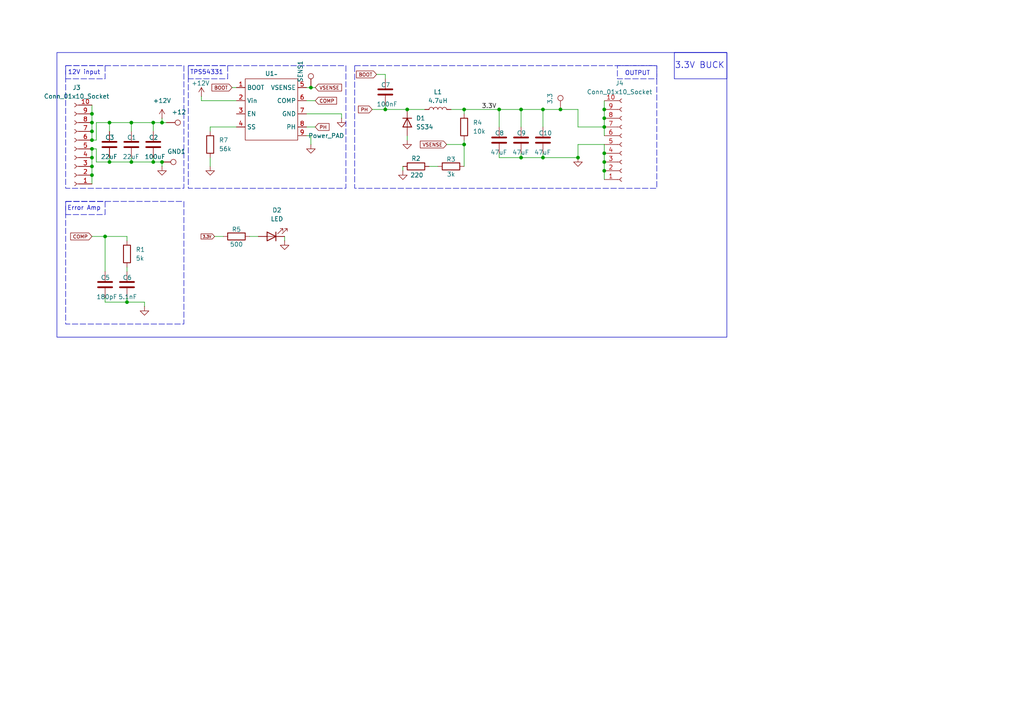
<source format=kicad_sch>
(kicad_sch (version 20250114) (generator "eeschema") (generator_version "9.0")
  (paper "A4")
  (lib_symbols
    (symbol "Connector:Conn_01x10_Socket" (pin_names (offset 1.016) (hide yes))
      (property "Reference" "J" (at 0 12.7 0))
      (property "Value" "Conn_01x10_Socket" (at 0 -15.24 0))
      (symbol "Conn_01x10_Socket_1_1"
        (polyline (pts (xy -1.27 10.16) (xy -0.508 10.16)) (stroke (width 0.1524)))
        (polyline (pts (xy -1.27 7.62) (xy -0.508 7.62)) (stroke (width 0.1524)))
        (polyline (pts (xy -1.27 5.08) (xy -0.508 5.08)) (stroke (width 0.1524)))
        (polyline (pts (xy -1.27 2.54) (xy -0.508 2.54)) (stroke (width 0.1524)))
        (polyline (pts (xy -1.27 0) (xy -0.508 0)) (stroke (width 0.1524)))
        (polyline (pts (xy -1.27 -2.54) (xy -0.508 -2.54)) (stroke (width 0.1524)))
        (polyline (pts (xy -1.27 -5.08) (xy -0.508 -5.08)) (stroke (width 0.1524)))
        (polyline (pts (xy -1.27 -7.62) (xy -0.508 -7.62)) (stroke (width 0.1524)))
        (polyline (pts (xy -1.27 -10.16) (xy -0.508 -10.16)) (stroke (width 0.1524)))
        (polyline (pts (xy -1.27 -12.7) (xy -0.508 -12.7)) (stroke (width 0.1524)))
        (arc (start 0 9.652) (mid -0.5058 10.16) (end 0 10.668) (stroke (width 0.1524)))
        (arc (start 0 7.112) (mid -0.5058 7.62) (end 0 8.128) (stroke (width 0.1524)))
        (arc (start 0 4.572) (mid -0.5058 5.08) (end 0 5.588) (stroke (width 0.1524)))
        (arc (start 0 2.032) (mid -0.5058 2.54) (end 0 3.048) (stroke (width 0.1524)))
        (arc (start 0 -0.508) (mid -0.5058 0) (end 0 0.508) (stroke (width 0.1524)))
        (arc (start 0 -3.048) (mid -0.5058 -2.54) (end 0 -2.032) (stroke (width 0.1524)))
        (arc (start 0 -5.588) (mid -0.5058 -5.08) (end 0 -4.572) (stroke (width 0.1524)))
        (arc (start 0 -8.128) (mid -0.5058 -7.62) (end 0 -7.112) (stroke (width 0.1524)))
        (arc (start 0 -10.668) (mid -0.5058 -10.16) (end 0 -9.652) (stroke (width 0.1524)))
        (arc (start 0 -13.208) (mid -0.5058 -12.7) (end 0 -12.192) (stroke (width 0.1524)))
        (pin passive line (at -5.08 10.16 0) (length 3.81) (name "Pin_1") (number "1"))
        (pin passive line (at -5.08 7.62 0) (length 3.81) (name "Pin_2") (number "2"))
        (pin passive line (at -5.08 5.08 0) (length 3.81) (name "Pin_3") (number "3"))
        (pin passive line (at -5.08 2.54 0) (length 3.81) (name "Pin_4") (number "4"))
        (pin passive line (at -5.08 0 0) (length 3.81) (name "Pin_5") (number "5"))
        (pin passive line (at -5.08 -2.54 0) (length 3.81) (name "Pin_6") (number "6"))
        (pin passive line (at -5.08 -5.08 0) (length 3.81) (name "Pin_7") (number "7"))
        (pin passive line (at -5.08 -7.62 0) (length 3.81) (name "Pin_8") (number "8"))
        (pin passive line (at -5.08 -10.16 0) (length 3.81) (name "Pin_9") (number "9"))
        (pin passive line (at -5.08 -12.7 0) (length 3.81) (name "Pin_10") (number "10"))
      )
    )
    (symbol "Connector:TestPoint" (pin_numbers (hide yes)) (pin_names (offset 0.762) (hide yes))
      (property "Reference" "TP" (at 0 6.858 0))
      (property "Value" "TestPoint" (at 0 5.08 0))
      (symbol "TestPoint_0_1"
        (circle (center 0 3.302) (radius 0.762))
      )
      (symbol "TestPoint_1_1"
        (pin passive line (at 0 0 90) (length 2.54) (name "1") (number "1"))
      )
    )
    (symbol "Device:C" (pin_numbers (hide yes)) (pin_names (offset 0.254))
      (property "Reference" "C" (at 0.635 2.54 0))
      (property "Value" "C" (at 0.635 -2.54 0))
      (symbol "C_0_1"
        (polyline (pts (xy -2.032 0.762) (xy 2.032 0.762)) (stroke (width 0.508)))
        (polyline (pts (xy -2.032 -0.762) (xy 2.032 -0.762)) (stroke (width 0.508)))
      )
      (symbol "C_1_1"
        (pin passive line (at 0 3.81 270) (length 2.794) (name "~") (number "1"))
        (pin passive line (at 0 -3.81 90) (length 2.794) (name "~") (number "2"))
      )
    )
    (symbol "Device:D" (pin_numbers (hide yes)) (pin_names (offset 1.016) (hide yes))
      (property "Reference" "D" (at 0 2.54 0))
      (property "Value" "D" (at 0 -2.54 0))
      (symbol "D_0_1"
        (polyline (pts (xy -1.27 1.27) (xy -1.27 -1.27)) (stroke (width 0.254)))
        (polyline (pts (xy 1.27 1.27) (xy 1.27 -1.27) (xy -1.27 0) (xy 1.27 1.27)) (stroke (width 0.254)))
        (polyline (pts (xy 1.27 0) (xy -1.27 0)))
      )
      (symbol "D_1_1"
        (pin passive line (at -3.81 0 0) (length 2.54) (name "K") (number "1"))
        (pin passive line (at 3.81 0 180) (length 2.54) (name "A") (number "2"))
      )
    )
    (symbol "Device:L" (pin_numbers (hide yes)) (pin_names (offset 1.016) (hide yes))
      (property "Reference" "L" (at -1.27 0 90))
      (property "Value" "L" (at 1.905 0 90))
      (symbol "L_0_1"
        (arc (start 0 2.54) (mid 0.6323 1.905) (end 0 1.27))
        (arc (start 0 1.27) (mid 0.6323 0.635) (end 0 0))
        (arc (start 0 0) (mid 0.6323 -0.635) (end 0 -1.27))
        (arc (start 0 -1.27) (mid 0.6323 -1.905) (end 0 -2.54))
      )
      (symbol "L_1_1"
        (pin passive line (at 0 3.81 270) (length 1.27) (name "1") (number "1"))
        (pin passive line (at 0 -3.81 90) (length 1.27) (name "2") (number "2"))
      )
    )
    (symbol "Device:LED" (pin_numbers (hide yes)) (pin_names (offset 1.016) (hide yes))
      (property "Reference" "D" (at 0 2.54 0))
      (property "Value" "LED" (at 0 -2.54 0))
      (symbol "LED_0_1"
        (polyline (pts (xy -3.048 -0.762) (xy -4.572 -2.286) (xy -3.81 -2.286) (xy -4.572 -2.286) (xy -4.572 -1.524)))
        (polyline (pts (xy -1.778 -0.762) (xy -3.302 -2.286) (xy -2.54 -2.286) (xy -3.302 -2.286) (xy -3.302 -1.524)))
        (polyline (pts (xy -1.27 0) (xy 1.27 0)))
        (polyline (pts (xy -1.27 -1.27) (xy -1.27 1.27)) (stroke (width 0.254)))
        (polyline (pts (xy 1.27 -1.27) (xy 1.27 1.27) (xy -1.27 0) (xy 1.27 -1.27)) (stroke (width 0.254)))
      )
      (symbol "LED_1_1"
        (pin passive line (at -3.81 0 0) (length 2.54) (name "K") (number "1"))
        (pin passive line (at 3.81 0 180) (length 2.54) (name "A") (number "2"))
      )
    )
    (symbol "Device:R" (pin_numbers (hide yes)) (pin_names (offset 0))
      (property "Reference" "R" (at 2.032 0 90))
      (property "Value" "R" (at 0 0 90))
      (symbol "R_0_1"
        (rectangle (start -1.016 -2.54) (end 1.016 2.54) (stroke (width 0.254)))
      )
      (symbol "R_1_1"
        (pin passive line (at 0 3.81 270) (length 1.27) (name "~") (number "1"))
        (pin passive line (at 0 -3.81 90) (length 1.27) (name "~") (number "2"))
      )
    )
    (symbol "TPS54531:TPS54531"
      (property "Reference" "U" (at 4.064 -0.254 0))
      (symbol "TPS54531_1_1"
        (rectangle (start -3.81 -1.27) (end 11.43 -19.05))
        (pin input line (at -6.35 -3.81 0) (length 2.54) (name "BOOT") (number "1"))
        (pin input line (at -6.35 -7.62 0) (length 2.54) (name "Vin") (number "2"))
        (pin input line (at -6.35 -11.43 0) (length 2.54) (name "EN") (number "3"))
        (pin input line (at -6.35 -15.24 0) (length 2.54) (name "SS") (number "4"))
        (pin input line (at 11.43 -17.78 0) (length 2.54) (name "Power_PAD") (number "9"))
        (pin input line (at 13.97 -3.81 180) (length 2.54) (name "VSENSE") (number "5"))
        (pin input line (at 13.97 -7.62 180) (length 2.54) (name "COMP") (number "6"))
        (pin input line (at 13.97 -11.43 180) (length 2.54) (name "GND") (number "7"))
        (pin input line (at 13.97 -15.24 180) (length 2.54) (name "PH") (number "8"))
      )
    )
    (symbol "power:+12V" (power) (pin_numbers (hide yes)) (pin_names (offset 0) (hide yes))
      (property "Value" "+12V" (at 0 3.556 0))
      (symbol "+12V_0_1"
        (polyline (pts (xy -0.762 1.27) (xy 0 2.54)))
        (polyline (pts (xy 0 2.54) (xy 0.762 1.27)))
        (polyline (pts (xy 0 0) (xy 0 2.54)))
      )
      (symbol "+12V_1_1"
        (pin power_in line (at 0 0 90) (length 0) (name "~") (number "1"))
      )
    )
    (symbol "power:GND" (power) (pin_numbers (hide yes)) (pin_names (offset 0) (hide yes))
      (property "Value" "GND" (at 0 -3.81 0))
      (symbol "GND_0_1"
        (polyline (pts (xy 0 0) (xy 0 -1.27) (xy 1.27 -1.27) (xy 0 -2.54) (xy -1.27 -1.27) (xy 0 -1.27)))
      )
      (symbol "GND_1_1"
        (pin power_in line (at 0 0 270) (length 0) (name "~") (number "1"))
      )
    )
  )
  (rectangle (start 19.05 19.05) (end 53.34 54.61) (stroke (width 0) (type dash)))
  (rectangle (start 54.61 19.05) (end 100.33 54.61) (stroke (width 0) (type dash)))
  (rectangle (start 19.05 58.42) (end 53.34 93.98) (stroke (width 0) (type dash)))
  (rectangle (start 19.05 58.42) (end 30.48 62.23) (stroke (width 0) (type dash)))
  (rectangle (start 195.58 15.24) (end 210.82 22.86))
  (rectangle (start 16.51 15.24) (end 210.82 97.79))
  (rectangle (start 179.07 19.05) (end 190.5 22.86) (stroke (width 0) (type dash)))
  (rectangle (start 19.05 19.05) (end 30.48 22.86) (stroke (width 0) (type dash)))
  (rectangle (start 54.61 19.05) (end 66.04 22.86) (stroke (width 0) (type dash)))
  (rectangle (start 102.87 19.05) (end 190.5 54.61) (stroke (width 0) (type dash)))
  (text "3.3V BUCK\n" (at 202.946 19.05 0) (effects (font (size 1.778 1.778))))
  (text "OUTPUT\n" (at 184.912 21.336 0) (effects (font (size 1.27 1.27))))
  (text "Error Amp\n" (at 24.384 60.452 0) (effects (font (size 1.27 1.27))))
  (text "TPS54331\n" (at 59.944 21.082 0) (effects (font (size 1.27 1.27))))
  (text "12V input\n" (at 24.384 21.082 0) (effects (font (size 1.27 1.27))))
  (junction (at 26.67 38.1))
  (junction (at 90.17 25.4))
  (junction (at 151.13 31.75))
  (junction (at 175.26 44.45))
  (junction (at 26.67 45.72))
  (junction (at 118.11 31.75))
  (junction (at 31.75 35.56))
  (junction (at 134.62 41.91))
  (junction (at 38.1 35.56))
  (junction (at 157.48 31.75))
  (junction (at 167.64 45.72))
  (junction (at 38.1 46.99))
  (junction (at 26.67 33.02))
  (junction (at 46.99 35.56))
  (junction (at 31.75 46.99))
  (junction (at 144.78 31.75))
  (junction (at 44.45 46.99))
  (junction (at 36.83 87.63))
  (junction (at 46.99 46.99))
  (junction (at 26.67 35.56))
  (junction (at 175.26 49.53))
  (junction (at 151.13 45.72))
  (junction (at 26.67 48.26))
  (junction (at 26.67 50.8))
  (junction (at 175.26 34.29))
  (junction (at 162.56 31.75))
  (junction (at 111.76 31.75))
  (junction (at 175.26 46.99))
  (junction (at 175.26 36.83))
  (junction (at 30.48 68.58))
  (junction (at 175.26 31.75))
  (junction (at 157.48 45.72))
  (junction (at 44.45 35.56))
  (junction (at 26.67 40.64))
  (junction (at 134.62 31.75))
  (junction (at 26.67 43.18))
  (wire (pts (xy 167.64 41.91) (xy 175.26 41.91)))
  (wire (pts (xy 175.26 29.21) (xy 175.26 31.75)))
  (wire (pts (xy 30.48 87.63) (xy 36.83 87.63)))
  (wire (pts (xy 88.9 36.83) (xy 91.44 36.83)))
  (wire (pts (xy 68.58 29.21) (xy 58.42 29.21)))
  (wire (pts (xy 60.96 45.72) (xy 60.96 48.26)))
  (wire (pts (xy 167.64 41.91) (xy 167.64 45.72)))
  (wire (pts (xy 31.75 35.56) (xy 38.1 35.56)))
  (wire (pts (xy 38.1 35.56) (xy 44.45 35.56)))
  (wire (pts (xy 26.67 35.56) (xy 26.67 38.1)))
  (wire (pts (xy 72.39 68.58) (xy 74.93 68.58)))
  (wire (pts (xy 144.78 44.45) (xy 144.78 45.72)))
  (wire (pts (xy 175.26 36.83) (xy 175.26 39.37)))
  (wire (pts (xy 130.81 31.75) (xy 134.62 31.75)))
  (wire (pts (xy 82.55 68.58) (xy 82.55 69.85)))
  (wire (pts (xy 36.83 68.58) (xy 36.83 69.85)))
  (wire (pts (xy 134.62 31.75) (xy 144.78 31.75)))
  (wire (pts (xy 88.9 25.4) (xy 90.17 25.4)))
  (wire (pts (xy 90.17 39.37) (xy 86.36 39.37)))
  (wire (pts (xy 90.17 39.37) (xy 90.17 41.91)))
  (wire (pts (xy 151.13 31.75) (xy 157.48 31.75)))
  (wire (pts (xy 134.62 41.91) (xy 134.62 48.26)))
  (wire (pts (xy 44.45 45.72) (xy 44.45 46.99)))
  (wire (pts (xy 38.1 45.72) (xy 38.1 46.99)))
  (wire (pts (xy 167.64 31.75) (xy 167.64 36.83)))
  (wire (pts (xy 144.78 31.75) (xy 144.78 36.83)))
  (wire (pts (xy 30.48 68.58) (xy 30.48 78.74)))
  (wire (pts (xy 157.48 45.72) (xy 167.64 45.72)))
  (wire (pts (xy 175.26 31.75) (xy 175.26 34.29)))
  (wire (pts (xy 46.99 35.56) (xy 48.26 35.56)))
  (wire (pts (xy 162.56 31.75) (xy 167.64 31.75)))
  (wire (pts (xy 44.45 35.56) (xy 46.99 35.56)))
  (wire (pts (xy 134.62 40.64) (xy 134.62 41.91)))
  (wire (pts (xy 144.78 31.75) (xy 151.13 31.75)))
  (wire (pts (xy 36.83 87.63) (xy 36.83 86.36)))
  (wire (pts (xy 41.91 87.63) (xy 41.91 88.9)))
  (wire (pts (xy 134.62 31.75) (xy 134.62 33.02)))
  (wire (pts (xy 26.67 38.1) (xy 26.67 40.64)))
  (wire (pts (xy 111.76 21.59) (xy 111.76 22.86)))
  (wire (pts (xy 109.22 21.59) (xy 111.76 21.59)))
  (wire (pts (xy 151.13 31.75) (xy 151.13 36.83)))
  (wire (pts (xy 90.17 25.4) (xy 91.44 25.4)))
  (wire (pts (xy 99.06 33.02) (xy 99.06 34.29)))
  (wire (pts (xy 118.11 39.37) (xy 118.11 40.64)))
  (wire (pts (xy 60.96 36.83) (xy 60.96 38.1)))
  (wire (pts (xy 26.67 50.8) (xy 26.67 53.34)))
  (wire (pts (xy 111.76 31.75) (xy 118.11 31.75)))
  (wire (pts (xy 151.13 45.72) (xy 157.48 45.72)))
  (wire (pts (xy 31.75 35.56) (xy 31.75 38.1)))
  (wire (pts (xy 88.9 29.21) (xy 91.44 29.21)))
  (wire (pts (xy 27.94 35.56) (xy 31.75 35.56)))
  (wire (pts (xy 46.99 34.29) (xy 46.99 35.56)))
  (wire (pts (xy 157.48 31.75) (xy 162.56 31.75)))
  (wire (pts (xy 175.26 49.53) (xy 175.26 52.07)))
  (wire (pts (xy 58.42 29.21) (xy 58.42 27.94)))
  (wire (pts (xy 36.83 77.47) (xy 36.83 78.74)))
  (wire (pts (xy 27.94 43.18) (xy 27.94 46.99)))
  (wire (pts (xy 38.1 46.99) (xy 44.45 46.99)))
  (wire (pts (xy 175.26 46.99) (xy 175.26 49.53)))
  (wire (pts (xy 157.48 31.75) (xy 157.48 36.83)))
  (wire (pts (xy 26.67 45.72) (xy 26.67 48.26)))
  (wire (pts (xy 44.45 35.56) (xy 44.45 38.1)))
  (wire (pts (xy 30.48 68.58) (xy 36.83 68.58)))
  (wire (pts (xy 68.58 25.4) (xy 67.31 25.4)))
  (wire (pts (xy 26.67 40.64) (xy 27.94 40.64)))
  (wire (pts (xy 26.67 68.58) (xy 30.48 68.58)))
  (wire (pts (xy 175.26 44.45) (xy 175.26 46.99)))
  (wire (pts (xy 36.83 87.63) (xy 41.91 87.63)))
  (wire (pts (xy 88.9 33.02) (xy 99.06 33.02)))
  (wire (pts (xy 30.48 86.36) (xy 30.48 87.63)))
  (wire (pts (xy 175.26 34.29) (xy 175.26 36.83)))
  (wire (pts (xy 118.11 31.75) (xy 123.19 31.75)))
  (wire (pts (xy 167.64 36.83) (xy 175.26 36.83)))
  (wire (pts (xy 46.99 46.99) (xy 46.99 48.26)))
  (wire (pts (xy 107.95 31.75) (xy 111.76 31.75)))
  (wire (pts (xy 175.26 41.91) (xy 175.26 44.45)))
  (wire (pts (xy 144.78 45.72) (xy 151.13 45.72)))
  (wire (pts (xy 116.84 48.26) (xy 116.84 49.53)))
  (wire (pts (xy 26.67 43.18) (xy 27.94 43.18)))
  (wire (pts (xy 26.67 33.02) (xy 26.67 35.56)))
  (wire (pts (xy 26.67 43.18) (xy 26.67 45.72)))
  (wire (pts (xy 31.75 46.99) (xy 38.1 46.99)))
  (wire (pts (xy 124.46 48.26) (xy 127 48.26)))
  (wire (pts (xy 60.96 36.83) (xy 68.58 36.83)))
  (wire (pts (xy 157.48 44.45) (xy 157.48 45.72)))
  (wire (pts (xy 44.45 46.99) (xy 46.99 46.99)))
  (wire (pts (xy 31.75 45.72) (xy 31.75 46.99)))
  (wire (pts (xy 151.13 44.45) (xy 151.13 45.72)))
  (wire (pts (xy 129.54 41.91) (xy 134.62 41.91)))
  (wire (pts (xy 26.67 48.26) (xy 26.67 50.8)))
  (wire (pts (xy 26.67 30.48) (xy 26.67 33.02)))
  (wire (pts (xy 38.1 35.56) (xy 38.1 38.1)))
  (wire (pts (xy 111.76 31.75) (xy 111.76 30.48)))
  (wire (pts (xy 62.23 68.58) (xy 64.77 68.58)))
  (wire (pts (xy 27.94 35.56) (xy 27.94 40.64)))
  (wire (pts (xy 27.94 46.99) (xy 31.75 46.99)))
  (label "3.3V" (at 139.7 31.75 0))
  (global_label "BOOT" (shape input) (at 109.22 21.59 180) (effects (font (size 1.016 1.016))) (property "Intersheetrefs" "${INTERSHEET_REFS}" (effects (hide yes))))
  (global_label "COMP" (shape input) (at 26.67 68.58 180) (effects (font (size 1.016 1.016))) (property "Intersheetrefs" "${INTERSHEET_REFS}" (effects (hide yes))))
  (global_label "PH" (shape input) (at 107.95 31.75 180) (effects (font (size 1.016 1.016))) (property "Intersheetrefs" "${INTERSHEET_REFS}" (effects (hide yes))))
  (global_label "VSENSE" (shape input) (at 129.54 41.91 180) (effects (font (size 1.016 1.016))) (property "Intersheetrefs" "${INTERSHEET_REFS}" (effects (hide yes))))
  (global_label "PH" (shape input) (at 91.44 36.83 0) (effects (font (size 1.016 1.016))) (property "Intersheetrefs" "${INTERSHEET_REFS}" (effects (hide yes))))
  (global_label "BOOT" (shape input) (at 67.31 25.4 180) (effects (font (size 1.016 1.016))) (property "Intersheetrefs" "${INTERSHEET_REFS}" (effects (hide yes))))
  (global_label "COMP" (shape input) (at 91.44 29.21 0) (effects (font (size 1.016 1.016))) (property "Intersheetrefs" "${INTERSHEET_REFS}" (effects (hide yes))))
  (global_label "3.3V" (shape input) (at 62.23 68.58 180) (effects (font (size 0.762 0.762))) (property "Intersheetrefs" "${INTERSHEET_REFS}" (effects (hide yes))))
  (global_label "VSENSE" (shape input) (at 91.44 25.4 0) (effects (font (size 1.016 1.016))) (property "Intersheetrefs" "${INTERSHEET_REFS}" (effects (hide yes))))
  (symbol (lib_id "Device:C") (at 44.45 41.91 0) (unit 1)
    (property "Reference" "C2" (at 43.18 39.878 0) (effects (justify left)))
    (property "Value" "100uF" (at 41.91 45.466 0) (effects (justify left)))
    (property "Footprint" "Capacitor_SMD:C_1210_3225Metric" (effects (hide yes)))
    (property "Description" "Unpolarized capacitor" (effects (hide yes)))
  )
  (symbol (lib_id "Device:R") (at 134.62 36.83 0) (unit 1)
    (property "Reference" "R4" (at 137.16 35.5599 0) (effects (justify left)))
    (property "Value" "10k" (at 137.16 38.0999 0) (effects (justify left)))
    (property "Footprint" "Resistor_SMD:R_0603_1608Metric" (effects (hide yes)))
    (property "Description" "Resistor" (effects (hide yes)))
  )
  (symbol (lib_id "Connector:Conn_01x10_Socket") (at 180.34 41.91 0) (mirror x) (unit 1)
    (property "Reference" "J4" (at 179.705 24.13 0))
    (property "Value" "Conn_01x10_Socket" (at 179.705 26.67 0))
    (property "Footprint" "Connector_PinHeader_2.54mm:PinHeader_1x10_P2.54mm_Vertical" (effects (hide yes)))
    (property "Description" "Generic connector, single row, 01x10, script generated" (effects (hide yes)))
  )
  (symbol (lib_id "Device:R") (at 130.81 48.26 90) (unit 1)
    (property "Reference" "R3" (at 130.81 46.228 90))
    (property "Value" "3k" (at 130.81 50.546 90))
    (property "Footprint" "Resistor_SMD:R_0603_1608Metric" (effects (hide yes)))
    (property "Description" "Resistor" (effects (hide yes)))
  )
  (symbol (lib_id "Device:C") (at 144.78 40.64 0) (unit 1)
    (property "Reference" "C8" (at 143.51 38.608 0) (effects (justify left)))
    (property "Value" "47uF" (at 142.24 44.196 0) (effects (justify left)))
    (property "Footprint" "Capacitor_SMD:C_0603_1608Metric" (effects (hide yes)))
    (property "Description" "Unpolarized capacitor" (effects (hide yes)))
  )
  (symbol (lib_id "power:GND") (at 99.06 34.29 0) (unit 1)
    (property "Reference" "#PWR07" (effects (hide yes)))
    (property "Value" "GND" (effects (hide yes)))
    (property "Description" "Power symbol creates a global label with name \"GND\" , ground" (effects (hide yes)))
  )
  (symbol (lib_id "Connector:TestPoint") (at 46.99 46.99 270) (unit 1)
    (property "Reference" "GND1" (at 48.514 43.942 90) (effects (justify left)))
    (property "Value" "TestPoint" (effects (hide yes)))
    (property "Footprint" "TestPoint:TestPoint_Bridge_Pitch2.0mm_Drill0.7mm" (effects (hide yes)))
    (property "Description" "test point" (effects (hide yes)))
  )
  (symbol (lib_id "Device:R") (at 120.65 48.26 270) (unit 1)
    (property "Reference" "R2" (at 120.65 45.974 90))
    (property "Value" "220" (at 120.904 50.8 90))
    (property "Footprint" "Resistor_SMD:R_0603_1608Metric" (effects (hide yes)))
    (property "Description" "Resistor" (effects (hide yes)))
  )
  (symbol (lib_id "Device:LED") (at 78.74 68.58 180) (unit 1)
    (property "Reference" "D2" (at 80.3275 60.96 0))
    (property "Value" "LED" (at 80.3275 63.5 0))
    (property "Footprint" "LED_SMD:LED_0603_1608Metric_Pad1.05x0.95mm_HandSolder" (effects (hide yes)))
    (property "Description" "Light emitting diode" (effects (hide yes)))
    (property "Sim.Pins" "1=K 2=A" (effects (hide yes)))
  )
  (symbol (lib_id "Device:D") (at 118.11 35.56 270) (unit 1)
    (property "Reference" "D1" (at 120.65 34.2899 90) (effects (justify left)))
    (property "Value" "SS34" (at 120.65 36.8299 90) (effects (justify left)))
    (property "Footprint" "Diode_SMD:D_SMA" (effects (hide yes)))
    (property "Description" "Diode" (effects (hide yes)))
    (property "Sim.Device" "D" (effects (hide yes)))
    (property "Sim.Pins" "1=K 2=A" (effects (hide yes)))
  )
  (symbol (lib_id "power:GND") (at 60.96 48.26 0) (unit 1)
    (property "Reference" "#PWR012" (effects (hide yes)))
    (property "Value" "GND" (effects (hide yes)))
    (property "Description" "Power symbol creates a global label with name \"GND\" , ground" (effects (hide yes)))
  )
  (symbol (lib_id "Device:C") (at 111.76 26.67 0) (unit 1)
    (property "Reference" "C7" (at 110.49 24.638 0) (effects (justify left)))
    (property "Value" "100nF" (at 109.22 30.226 0) (effects (justify left)))
    (property "Footprint" "Capacitor_SMD:C_0603_1608Metric" (effects (hide yes)))
    (property "Description" "Unpolarized capacitor" (effects (hide yes)))
  )
  (symbol (lib_id "Device:C") (at 30.48 82.55 0) (unit 1)
    (property "Reference" "C5" (at 29.21 80.518 0) (effects (justify left)))
    (property "Value" "180pF" (at 27.94 86.106 0) (effects (justify left)))
    (property "Footprint" "Capacitor_SMD:C_0603_1608Metric" (effects (hide yes)))
    (property "Description" "Unpolarized capacitor" (effects (hide yes)))
  )
  (symbol (lib_id "power:GND") (at 116.84 49.53 0) (unit 1)
    (property "Reference" "#PWR08" (effects (hide yes)))
    (property "Value" "GND" (effects (hide yes)))
    (property "Description" "Power symbol creates a global label with name \"GND\" , ground" (effects (hide yes)))
  )
  (symbol (lib_id "Connector:TestPoint") (at 90.17 25.4 0) (unit 1)
    (property "Reference" "SENS1" (at 87.122 23.876 90) (effects (justify left)))
    (property "Value" "TestPoint" (effects (hide yes)))
    (property "Footprint" "TestPoint:TestPoint_Bridge_Pitch2.0mm_Drill0.7mm" (effects (hide yes)))
    (property "Description" "test point" (effects (hide yes)))
  )
  (symbol (lib_id "Device:C") (at 157.48 40.64 0) (unit 1)
    (property "Reference" "C10" (at 156.21 38.608 0) (effects (justify left)))
    (property "Value" "47uF" (at 154.94 44.196 0) (effects (justify left)))
    (property "Footprint" "Capacitor_SMD:C_0603_1608Metric" (effects (hide yes)))
    (property "Description" "Unpolarized capacitor" (effects (hide yes)))
  )
  (symbol (lib_id "Connector:TestPoint") (at 48.26 35.56 270) (unit 1)
    (property "Reference" "+12" (at 49.784 32.512 90) (effects (justify left)))
    (property "Value" "TestPoint" (effects (hide yes)))
    (property "Footprint" "TestPoint:TestPoint_Bridge_Pitch2.0mm_Drill0.7mm" (effects (hide yes)))
    (property "Description" "test point" (effects (hide yes)))
  )
  (symbol (lib_id "power:GND") (at 167.64 45.72 0) (unit 1)
    (property "Reference" "#PWR010" (effects (hide yes)))
    (property "Value" "GND" (effects (hide yes)))
    (property "Description" "Power symbol creates a global label with name \"GND\" , ground" (effects (hide yes)))
  )
  (symbol (lib_id "power:GND") (at 41.91 88.9 0) (unit 1)
    (property "Reference" "#PWR05" (effects (hide yes)))
    (property "Value" "GND" (effects (hide yes)))
    (property "Description" "Power symbol creates a global label with name \"GND\" , ground" (effects (hide yes)))
  )
  (symbol (lib_id "Device:C") (at 31.75 41.91 0) (unit 1)
    (property "Reference" "C3" (at 30.48 39.878 0) (effects (justify left)))
    (property "Value" "22uF" (at 29.21 45.466 0) (effects (justify left)))
    (property "Footprint" "Capacitor_SMD:C_1210_3225Metric" (effects (hide yes)))
    (property "Description" "Unpolarized capacitor" (effects (hide yes)))
  )
  (symbol (lib_id "power:GND") (at 82.55 69.85 0) (unit 1)
    (property "Reference" "#PWR011" (effects (hide yes)))
    (property "Value" "GND" (effects (hide yes)))
    (property "Description" "Power symbol creates a global label with name \"GND\" , ground" (effects (hide yes)))
  )
  (symbol (lib_id "Device:R") (at 60.96 41.91 0) (unit 1)
    (property "Reference" "R7" (at 63.5 40.6399 0) (effects (justify left)))
    (property "Value" "56k" (at 63.5 43.1799 0) (effects (justify left)))
    (property "Footprint" "Resistor_SMD:R_0603_1608Metric" (effects (hide yes)))
    (property "Description" "Resistor" (effects (hide yes)))
  )
  (symbol (lib_id "Device:R") (at 68.58 68.58 90) (unit 1)
    (property "Reference" "R5" (at 68.58 66.548 90))
    (property "Value" "500" (at 68.58 70.866 90))
    (property "Footprint" "Resistor_SMD:R_0603_1608Metric" (effects (hide yes)))
    (property "Description" "Resistor" (effects (hide yes)))
  )
  (symbol (lib_id "Device:C") (at 151.13 40.64 0) (unit 1)
    (property "Reference" "C9" (at 149.86 38.608 0) (effects (justify left)))
    (property "Value" "47uF" (at 148.59 44.196 0) (effects (justify left)))
    (property "Footprint" "Capacitor_SMD:C_0603_1608Metric" (effects (hide yes)))
    (property "Description" "Unpolarized capacitor" (effects (hide yes)))
  )
  (symbol (lib_id "power:+12V") (at 58.42 27.94 0) (unit 1)
    (property "Reference" "#PWR04" (effects (hide yes)))
    (property "Value" "+12V" (at 58.166 24.13 0))
    (property "Description" "Power symbol creates a global label with name \"+12V\"" (effects (hide yes)))
  )
  (symbol (lib_id "power:+12V") (at 46.99 34.29 0) (unit 1)
    (property "Reference" "#PWR02" (effects (hide yes)))
    (property "Value" "+12V" (at 46.99 29.21 0))
    (property "Description" "Power symbol creates a global label with name \"+12V\"" (effects (hide yes)))
  )
  (symbol (lib_id "power:GND") (at 90.17 41.91 0) (unit 1)
    (property "Reference" "#PWR06" (effects (hide yes)))
    (property "Value" "GND" (effects (hide yes)))
    (property "Description" "Power symbol creates a global label with name \"GND\" , ground" (effects (hide yes)))
  )
  (symbol (lib_id "Device:L") (at 127 31.75 90) (unit 1)
    (property "Reference" "L1" (at 127 26.67 90))
    (property "Value" "4.7uH" (at 127 29.21 90))
    (property "Footprint" "Inductor_SMD:L_Changjiang_FNR5020S" (effects (hide yes)))
    (property "Description" "Inductor" (effects (hide yes)))
  )
  (symbol (lib_id "Device:C") (at 38.1 41.91 0) (unit 1)
    (property "Reference" "C1" (at 36.83 39.878 0) (effects (justify left)))
    (property "Value" "22uF" (at 35.56 45.466 0) (effects (justify left)))
    (property "Footprint" "Capacitor_SMD:C_1210_3225Metric" (effects (hide yes)))
    (property "Description" "Unpolarized capacitor" (effects (hide yes)))
  )
  (symbol (lib_id "power:GND") (at 46.99 48.26 0) (unit 1)
    (property "Reference" "#PWR03" (effects (hide yes)))
    (property "Value" "GND" (effects (hide yes)))
    (property "Description" "Power symbol creates a global label with name \"GND\" , ground" (effects (hide yes)))
  )
  (symbol (lib_id "Connector:Conn_01x10_Socket") (at 21.59 43.18 180) (unit 1)
    (property "Reference" "J3" (at 22.225 25.4 0))
    (property "Value" "Conn_01x10_Socket" (at 22.225 27.94 0))
    (property "Footprint" "Connector_PinHeader_2.54mm:PinHeader_1x10_P2.54mm_Vertical" (effects (hide yes)))
    (property "Description" "Generic connector, single row, 01x10, script generated" (effects (hide yes)))
  )
  (symbol (lib_id "TPS54531:TPS54531") (at 74.93 21.59 0) (unit 1)
    (property "Reference" "U1" (at 78.232 21.336 0))
    (property "Value" "~" (at 80.01 21.59 0))
    (property "Footprint" "Package_SO:TI_SO-PowerPAD-8" (effects (hide yes)))
  )
  (symbol (lib_id "Device:R") (at 36.83 73.66 0) (unit 1)
    (property "Reference" "R1" (at 39.37 72.3899 0) (effects (justify left)))
    (property "Value" "5k" (at 39.37 74.9299 0) (effects (justify left)))
    (property "Footprint" "Resistor_SMD:R_0603_1608Metric" (effects (hide yes)))
    (property "Description" "Resistor" (effects (hide yes)))
  )
  (symbol (lib_id "power:GND") (at 118.11 40.64 0) (unit 1)
    (property "Reference" "#PWR09" (effects (hide yes)))
    (property "Value" "GND" (effects (hide yes)))
    (property "Description" "Power symbol creates a global label with name \"GND\" , ground" (effects (hide yes)))
  )
  (symbol (lib_id "Connector:TestPoint") (at 162.56 31.75 0) (unit 1)
    (property "Reference" "3.3" (at 159.512 30.226 90) (effects (justify left)))
    (property "Value" "TestPoint" (effects (hide yes)))
    (property "Footprint" "TestPoint:TestPoint_Bridge_Pitch2.0mm_Drill0.7mm" (effects (hide yes)))
    (property "Description" "test point" (effects (hide yes)))
  )
  (symbol (lib_id "Device:C") (at 36.83 82.55 0) (unit 1)
    (property "Reference" "C6" (at 35.56 80.518 0) (effects (justify left)))
    (property "Value" "5.1nF" (at 34.29 86.106 0) (effects (justify left)))
    (property "Footprint" "Capacitor_SMD:C_0603_1608Metric" (effects (hide yes)))
    (property "Description" "Unpolarized capacitor" (effects (hide yes)))
  )
)
</source>
